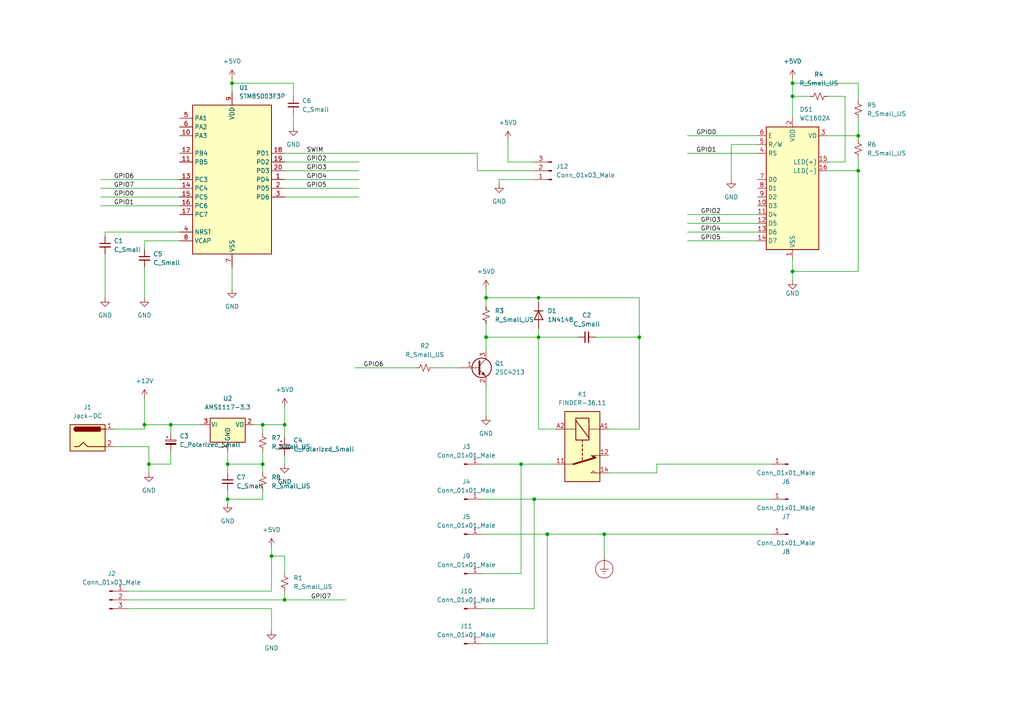
<source format=kicad_sch>
(kicad_sch (version 20211123) (generator eeschema)
  (paper "A4")
  (lib_symbols
    (symbol "Connector:Conn_01x01_Male" (pin_names (offset 1.016) hide)
      (property "Reference" "J" (at 0 2.54 0))
      (property "Value" "Conn_01x01_Male" (at 0 -2.54 0))
      (symbol "Conn_01x01_Male_1_1"
        (polyline (pts (xy 1.27 0) (xy 0.8636 0)) (stroke (width 0.1524)))
        (rectangle (start 0.8636 0.127) (end 0 -0.127) (stroke (width 0.1524)) (fill (type outline)))
        (pin passive line (at 5.08 0 180) (length 3.81) (name "Pin_1") (number "1"))
      )
    )
    (symbol "Connector:Conn_01x03_Male" (pin_names (offset 1.016) hide)
      (property "Reference" "J" (at 0 5.08 0))
      (property "Value" "Conn_01x03_Male" (at 0 -5.08 0))
      (symbol "Conn_01x03_Male_1_1"
        (polyline (pts (xy 1.27 -2.54) (xy 0.8636 -2.54)) (stroke (width 0.1524)))
        (polyline (pts (xy 1.27 0) (xy 0.8636 0)) (stroke (width 0.1524)))
        (polyline (pts (xy 1.27 2.54) (xy 0.8636 2.54)) (stroke (width 0.1524)))
        (rectangle (start 0.8636 -2.413) (end 0 -2.667) (stroke (width 0.1524)) (fill (type outline)))
        (rectangle (start 0.8636 0.127) (end 0 -0.127) (stroke (width 0.1524)) (fill (type outline)))
        (rectangle (start 0.8636 2.667) (end 0 2.413) (stroke (width 0.1524)) (fill (type outline)))
        (pin passive line (at 5.08 2.54 180) (length 3.81) (name "Pin_1") (number "1"))
        (pin passive line (at 5.08 0 180) (length 3.81) (name "Pin_2") (number "2"))
        (pin passive line (at 5.08 -2.54 180) (length 3.81) (name "Pin_3") (number "3"))
      )
    )
    (symbol "Connector:Jack-DC" (pin_names (offset 1.016))
      (property "Reference" "J" (at 0 5.334 0))
      (property "Value" "Jack-DC" (at 0 -5.08 0))
      (symbol "Jack-DC_0_1"
        (rectangle (start -5.08 3.81) (end 5.08 -3.81) (stroke (width 0.254)) (fill (type background)))
        (arc (start -3.302 3.175) (mid -3.937 2.54) (end -3.302 1.905) (stroke (width 0.254)))
        (arc (start -3.302 3.175) (mid -3.937 2.54) (end -3.302 1.905) (stroke (width 0.254)) (fill (type outline)))
        (polyline (pts (xy 5.08 2.54) (xy 3.81 2.54)) (stroke (width 0.254)))
        (polyline (pts (xy -3.81 -2.54) (xy -2.54 -2.54) (xy -1.27 -1.27) (xy 0 -2.54) (xy 2.54 -2.54) (xy 5.08 -2.54)) (stroke (width 0.254)))
        (rectangle (start 3.683 3.175) (end -3.302 1.905) (stroke (width 0.254)) (fill (type outline)))
      )
      (symbol "Jack-DC_1_1"
        (pin passive line (at 7.62 2.54 180) (length 2.54) (name "~") (number "1"))
        (pin passive line (at 7.62 -2.54 180) (length 2.54) (name "~") (number "2"))
      )
    )
    (symbol "Device:C_Polarized_Small" (pin_numbers hide) (pin_names (offset 0.254) hide)
      (property "Reference" "C" (at 0.254 1.778 0))
      (property "Value" "C_Polarized_Small" (at 0.254 -2.032 0))
      (symbol "C_Polarized_Small_0_1"
        (rectangle (start -1.524 -0.3048) (end 1.524 -0.6858) (fill (type outline)))
        (rectangle (start -1.524 0.6858) (end 1.524 0.3048))
        (polyline (pts (xy -1.27 1.524) (xy -0.762 1.524)))
        (polyline (pts (xy -1.016 1.27) (xy -1.016 1.778)))
      )
      (symbol "C_Polarized_Small_1_1"
        (pin passive line (at 0 2.54 270) (length 1.8542) (name "~") (number "1"))
        (pin passive line (at 0 -2.54 90) (length 1.8542) (name "~") (number "2"))
      )
    )
    (symbol "Device:C_Small" (pin_numbers hide) (pin_names (offset 0.254) hide)
      (property "Reference" "C" (at 0.254 1.778 0))
      (property "Value" "C_Small" (at 0.254 -2.032 0))
      (symbol "C_Small_0_1"
        (polyline (pts (xy -1.524 -0.508) (xy 1.524 -0.508)) (stroke (width 0.3302)))
        (polyline (pts (xy -1.524 0.508) (xy 1.524 0.508)) (stroke (width 0.3048)))
      )
      (symbol "C_Small_1_1"
        (pin passive line (at 0 2.54 270) (length 2.032) (name "~") (number "1"))
        (pin passive line (at 0 -2.54 90) (length 2.032) (name "~") (number "2"))
      )
    )
    (symbol "Device:R_Small_US" (pin_numbers hide) (pin_names (offset 0.254) hide)
      (property "Reference" "R" (at 0.762 0.508 0))
      (property "Value" "R_Small_US" (at 0.762 -1.016 0))
      (symbol "R_Small_US_1_1"
        (polyline (pts (xy 0 0) (xy 1.016 -0.381) (xy 0 -0.762) (xy -1.016 -1.143) (xy 0 -1.524)))
        (polyline (pts (xy 0 1.524) (xy 1.016 1.143) (xy 0 0.762) (xy -1.016 0.381) (xy 0 0)))
        (pin passive line (at 0 2.54 270) (length 1.016) (name "~") (number "1"))
        (pin passive line (at 0 -2.54 90) (length 1.016) (name "~") (number "2"))
      )
    )
    (symbol "Diode:1N4148" (pin_numbers hide) (pin_names (offset 1.016) hide)
      (property "Reference" "D" (at 0 2.54 0))
      (property "Value" "1N4148" (at 0 -2.54 0))
      (symbol "1N4148_0_1"
        (polyline (pts (xy -1.27 1.27) (xy -1.27 -1.27)) (stroke (width 0.254)))
        (polyline (pts (xy 1.27 0) (xy -1.27 0)))
        (polyline (pts (xy 1.27 1.27) (xy 1.27 -1.27) (xy -1.27 0) (xy 1.27 1.27)) (stroke (width 0.254)))
      )
      (symbol "1N4148_1_1"
        (pin passive line (at -3.81 0 0) (length 2.54) (name "K") (number "1"))
        (pin passive line (at 3.81 0 180) (length 2.54) (name "A") (number "2"))
      )
    )
    (symbol "Display_Character:WC1602A"
      (property "Reference" "DS" (at -5.842 19.05 0))
      (property "Value" "WC1602A" (at 5.334 19.05 0))
      (symbol "WC1602A_1_1"
        (rectangle (start -7.62 17.78) (end 7.62 -17.78) (stroke (width 0.254)) (fill (type background)))
        (pin power_in line (at 0 -20.32 90) (length 2.54) (name "VSS") (number "1"))
        (pin input line (at -10.16 -5.08 0) (length 2.54) (name "D3") (number "10"))
        (pin input line (at -10.16 -7.62 0) (length 2.54) (name "D4") (number "11"))
        (pin input line (at -10.16 -10.16 0) (length 2.54) (name "D5") (number "12"))
        (pin input line (at -10.16 -12.7 0) (length 2.54) (name "D6") (number "13"))
        (pin input line (at -10.16 -15.24 0) (length 2.54) (name "D7") (number "14"))
        (pin power_in line (at 10.16 7.62 180) (length 2.54) (name "LED(+)") (number "15"))
        (pin power_in line (at 10.16 5.08 180) (length 2.54) (name "LED(-)") (number "16"))
        (pin power_in line (at 0 20.32 270) (length 2.54) (name "VDD") (number "2"))
        (pin input line (at 10.16 15.24 180) (length 2.54) (name "VO") (number "3"))
        (pin input line (at -10.16 10.16 0) (length 2.54) (name "RS") (number "4"))
        (pin input line (at -10.16 12.7 0) (length 2.54) (name "R/W") (number "5"))
        (pin input line (at -10.16 15.24 0) (length 2.54) (name "E") (number "6"))
        (pin input line (at -10.16 2.54 0) (length 2.54) (name "D0") (number "7"))
        (pin input line (at -10.16 0 0) (length 2.54) (name "D1") (number "8"))
        (pin input line (at -10.16 -2.54 0) (length 2.54) (name "D2") (number "9"))
      )
    )
    (symbol "MCU_ST_STM8:STM8S003F3P"
      (property "Reference" "U" (at 1.27 25.4 0))
      (property "Value" "STM8S003F3P" (at 1.27 22.86 0))
      (symbol "STM8S003F3P_0_1"
        (rectangle (start -11.43 21.59) (end 11.43 -21.59) (stroke (width 0.254)) (fill (type background)))
      )
      (symbol "STM8S003F3P_1_1"
        (pin bidirectional line (at 15.24 0 180) (length 3.81) (name "PD4") (number "1"))
        (pin bidirectional line (at -15.24 12.7 0) (length 3.81) (name "PA3") (number "10"))
        (pin bidirectional line (at -15.24 5.08 0) (length 3.81) (name "PB5") (number "11"))
        (pin bidirectional line (at -15.24 7.62 0) (length 3.81) (name "PB4") (number "12"))
        (pin bidirectional line (at -15.24 0 0) (length 3.81) (name "PC3") (number "13"))
        (pin bidirectional line (at -15.24 -2.54 0) (length 3.81) (name "PC4") (number "14"))
        (pin bidirectional line (at -15.24 -5.08 0) (length 3.81) (name "PC5") (number "15"))
        (pin bidirectional line (at -15.24 -7.62 0) (length 3.81) (name "PC6") (number "16"))
        (pin bidirectional line (at -15.24 -10.16 0) (length 3.81) (name "PC7") (number "17"))
        (pin bidirectional line (at 15.24 7.62 180) (length 3.81) (name "PD1") (number "18"))
        (pin bidirectional line (at 15.24 5.08 180) (length 3.81) (name "PD2") (number "19"))
        (pin bidirectional line (at 15.24 -2.54 180) (length 3.81) (name "PD5") (number "2"))
        (pin bidirectional line (at 15.24 2.54 180) (length 3.81) (name "PD3") (number "20"))
        (pin bidirectional line (at 15.24 -5.08 180) (length 3.81) (name "PD6") (number "3"))
        (pin input line (at -15.24 -15.24 0) (length 3.81) (name "NRST") (number "4"))
        (pin bidirectional line (at -15.24 17.78 0) (length 3.81) (name "PA1") (number "5"))
        (pin bidirectional line (at -15.24 15.24 0) (length 3.81) (name "PA2") (number "6"))
        (pin power_in line (at 0 -25.4 90) (length 3.81) (name "VSS") (number "7"))
        (pin passive line (at -15.24 -17.78 0) (length 3.81) (name "VCAP") (number "8"))
        (pin power_in line (at 0 25.4 270) (length 3.81) (name "VDD") (number "9"))
      )
    )
    (symbol "Regulator_Linear:AMS1117-3.3" (pin_names (offset 0.254))
      (property "Reference" "U" (at -3.81 3.175 0))
      (property "Value" "AMS1117-3.3" (at 0 3.175 0))
      (symbol "AMS1117-3.3_0_1"
        (rectangle (start -5.08 -5.08) (end 5.08 1.905) (stroke (width 0.254)) (fill (type background)))
      )
      (symbol "AMS1117-3.3_1_1"
        (pin power_in line (at 0 -7.62 90) (length 2.54) (name "GND") (number "1"))
        (pin power_out line (at 7.62 0 180) (length 2.54) (name "VO") (number "2"))
        (pin power_in line (at -7.62 0 0) (length 2.54) (name "VI") (number "3"))
      )
    )
    (symbol "Relay:FINDER-36.11"
      (property "Reference" "K" (at 11.43 3.81 0))
      (property "Value" "FINDER-36.11" (at 11.43 1.27 0))
      (symbol "FINDER-36.11_0_0"
        (polyline (pts (xy 2.54 3.81) (xy 2.54 5.08)))
        (polyline (pts (xy 7.62 3.81) (xy 7.62 5.08)))
        (polyline (pts (xy 7.62 3.81) (xy 7.62 2.54) (xy 6.985 3.175) (xy 7.62 3.81)))
      )
      (symbol "FINDER-36.11_0_1"
        (rectangle (start -10.16 5.08) (end 10.16 -5.08) (stroke (width 0.254)) (fill (type background)))
        (rectangle (start -8.255 1.905) (end -1.905 -1.905) (stroke (width 0.254)))
        (polyline (pts (xy -7.62 -1.905) (xy -2.54 1.905)) (stroke (width 0.254)))
        (polyline (pts (xy -5.08 -5.08) (xy -5.08 -1.905)))
        (polyline (pts (xy -5.08 5.08) (xy -5.08 1.905)))
        (polyline (pts (xy -1.905 0) (xy -1.27 0)) (stroke (width 0.254)))
        (polyline (pts (xy -0.635 0) (xy 0 0)) (stroke (width 0.254)))
        (polyline (pts (xy 0.635 0) (xy 1.27 0)) (stroke (width 0.254)))
        (polyline (pts (xy 0.635 0) (xy 1.27 0)) (stroke (width 0.254)))
        (polyline (pts (xy 1.905 0) (xy 2.54 0)) (stroke (width 0.254)))
        (polyline (pts (xy 3.175 0) (xy 3.81 0)) (stroke (width 0.254)))
        (polyline (pts (xy 5.08 -2.54) (xy 3.175 3.81)) (stroke (width 0.508)))
        (polyline (pts (xy 5.08 -2.54) (xy 5.08 -5.08)))
        (polyline (pts (xy 2.54 2.54) (xy 3.175 3.175) (xy 2.54 3.81)) (fill (type outline)))
      )
      (symbol "FINDER-36.11_1_1"
        (pin passive line (at 5.08 -7.62 90) (length 2.54) (name "~") (number "11"))
        (pin passive line (at 2.54 7.62 270) (length 2.54) (name "~") (number "12"))
        (pin passive line (at 7.62 7.62 270) (length 2.54) (name "~") (number "14"))
        (pin passive line (at -5.08 7.62 270) (length 2.54) (name "~") (number "A1"))
        (pin passive line (at -5.08 -7.62 90) (length 2.54) (name "~") (number "A2"))
      )
    )
    (symbol "Transistor_BJT:2SC4213" (pin_names (offset 0) hide)
      (property "Reference" "Q" (at 5.08 1.905 0))
      (property "Value" "2SC4213" (at 5.08 0 0))
      (symbol "2SC4213_0_1"
        (polyline (pts (xy 0.635 0.635) (xy 2.54 2.54)))
        (polyline (pts (xy 0.635 -0.635) (xy 2.54 -2.54) (xy 2.54 -2.54)))
        (polyline (pts (xy 0.635 1.905) (xy 0.635 -1.905) (xy 0.635 -1.905)) (stroke (width 0.508)))
        (polyline (pts (xy 1.27 -1.778) (xy 1.778 -1.27) (xy 2.286 -2.286) (xy 1.27 -1.778) (xy 1.27 -1.778)) (fill (type outline)))
        (circle (center 1.27 0) (radius 2.8194) (stroke (width 0.254)))
      )
      (symbol "2SC4213_1_1"
        (pin input line (at -5.08 0 0) (length 5.715) (name "B") (number "1"))
        (pin passive line (at 2.54 -5.08 90) (length 2.54) (name "E") (number "2"))
        (pin passive line (at 2.54 5.08 270) (length 2.54) (name "C") (number "3"))
      )
    )
    (symbol "power:+12V" (power) (pin_names (offset 0))
      (property "Value" "+12V" (at 0 3.556 0))
      (symbol "+12V_0_1"
        (polyline (pts (xy -0.762 1.27) (xy 0 2.54)))
        (polyline (pts (xy 0 0) (xy 0 2.54)))
        (polyline (pts (xy 0 2.54) (xy 0.762 1.27)))
      )
      (symbol "+12V_1_1"
        (pin power_in line (at 0 0 90) (length 0) hide (name "+12V") (number "1"))
      )
    )
    (symbol "power:+5VD" (power) (pin_names (offset 0))
      (property "Value" "+5VD" (at 0 3.556 0))
      (symbol "+5VD_0_1"
        (polyline (pts (xy -0.762 1.27) (xy 0 2.54)))
        (polyline (pts (xy 0 0) (xy 0 2.54)))
        (polyline (pts (xy 0 2.54) (xy 0.762 1.27)))
      )
      (symbol "+5VD_1_1"
        (pin power_in line (at 0 0 90) (length 0) hide (name "+5VD") (number "1"))
      )
    )
    (symbol "power:Earth_Protective" (power) (pin_names (offset 0))
      (symbol "Earth_Protective_0_1"
        (circle (center 0 -3.81) (radius 2.54))
        (polyline (pts (xy -0.635 -4.445) (xy 0.635 -4.445)))
        (polyline (pts (xy -0.127 -5.08) (xy 0.127 -5.08)))
        (polyline (pts (xy 0 -3.81) (xy 0 0)))
        (polyline (pts (xy 1.27 -3.81) (xy -1.27 -3.81)))
      )
      (symbol "Earth_Protective_1_1"
        (pin power_in line (at 0 0 270) (length 0) hide (name "Earth_Protective") (number "1"))
      )
    )
    (symbol "power:GND" (power) (pin_names (offset 0))
      (property "Value" "GND" (at 0 -3.81 0))
      (symbol "GND_0_1"
        (polyline (pts (xy 0 0) (xy 0 -1.27) (xy 1.27 -1.27) (xy 0 -2.54) (xy -1.27 -1.27) (xy 0 -1.27)))
      )
      (symbol "GND_1_1"
        (pin power_in line (at 0 0 270) (length 0) hide (name "GND") (number "1"))
      )
    )
  )
  (junction (at 66.04 144.78))
  (junction (at 248.92 49.53))
  (junction (at 140.97 97.79))
  (junction (at 66.04 134.62))
  (junction (at 154.94 144.78))
  (junction (at 229.87 78.74))
  (junction (at 175.26 154.94))
  (junction (at 185.42 97.79))
  (junction (at 156.21 86.36))
  (junction (at 78.74 161.29))
  (junction (at 151.13 134.62))
  (junction (at 248.92 39.37))
  (junction (at 49.53 123.19))
  (junction (at 67.31 24.13))
  (junction (at 158.75 154.94))
  (junction (at 76.2 134.62))
  (junction (at 140.97 86.36))
  (junction (at 43.18 134.62))
  (junction (at 76.2 123.19))
  (junction (at 229.87 27.94))
  (junction (at 229.87 24.13))
  (junction (at 82.55 123.19))
  (junction (at 41.91 123.19))
  (junction (at 156.21 97.79))
  (junction (at 82.55 173.99))
  (wire (pts (xy 190.5 134.62) (xy 223.52 134.62)))
  (wire (pts (xy 82.55 132.08) (xy 82.55 134.62)))
  (wire (pts (xy 85.09 24.13) (xy 67.31 24.13)))
  (wire (pts (xy 82.55 46.99) (xy 104.14 46.99)))
  (wire (pts (xy 139.7 134.62) (xy 151.13 134.62)))
  (wire (pts (xy 66.04 142.24) (xy 66.04 144.78)))
  (wire (pts (xy 185.42 124.46) (xy 185.42 97.79)))
  (wire (pts (xy 67.31 22.86) (xy 67.31 24.13)))
  (wire (pts (xy 66.04 130.81) (xy 66.04 134.62)))
  (wire (pts (xy 139.7 144.78) (xy 154.94 144.78)))
  (wire (pts (xy 41.91 124.46) (xy 33.02 124.46)))
  (wire (pts (xy 229.87 24.13) (xy 229.87 27.94)))
  (wire (pts (xy 156.21 86.36) (xy 140.97 86.36)))
  (wire (pts (xy 199.39 67.31) (xy 219.71 67.31)))
  (wire (pts (xy 66.04 144.78) (xy 76.2 144.78)))
  (wire (pts (xy 76.2 123.19) (xy 76.2 125.73)))
  (wire (pts (xy 229.87 24.13) (xy 248.92 24.13)))
  (wire (pts (xy 30.48 67.31) (xy 30.48 68.58)))
  (wire (pts (xy 41.91 123.19) (xy 41.91 124.46)))
  (wire (pts (xy 212.09 41.91) (xy 219.71 41.91)))
  (wire (pts (xy 85.09 36.83) (xy 85.09 33.02)))
  (wire (pts (xy 76.2 144.78) (xy 76.2 142.24)))
  (wire (pts (xy 158.75 186.69) (xy 158.75 154.94)))
  (wire (pts (xy 29.21 52.07) (xy 52.07 52.07)))
  (wire (pts (xy 245.11 27.94) (xy 245.11 46.99)))
  (wire (pts (xy 82.55 54.61) (xy 104.14 54.61)))
  (wire (pts (xy 172.72 97.79) (xy 185.42 97.79)))
  (wire (pts (xy 219.71 44.45) (xy 199.39 44.45)))
  (wire (pts (xy 43.18 137.16) (xy 43.18 134.62)))
  (wire (pts (xy 41.91 123.19) (xy 49.53 123.19)))
  (wire (pts (xy 76.2 130.81) (xy 76.2 134.62)))
  (wire (pts (xy 82.55 166.37) (xy 82.55 161.29)))
  (wire (pts (xy 212.09 41.91) (xy 212.09 52.07)))
  (wire (pts (xy 36.83 171.45) (xy 78.74 171.45)))
  (wire (pts (xy 78.74 161.29) (xy 78.74 171.45)))
  (wire (pts (xy 147.32 46.99) (xy 154.94 46.99)))
  (wire (pts (xy 41.91 115.57) (xy 41.91 123.19)))
  (wire (pts (xy 138.43 49.53) (xy 154.94 49.53)))
  (wire (pts (xy 229.87 27.94) (xy 229.87 34.29)))
  (wire (pts (xy 175.26 154.94) (xy 175.26 161.29)))
  (wire (pts (xy 49.53 134.62) (xy 43.18 134.62)))
  (wire (pts (xy 82.55 123.19) (xy 82.55 118.11)))
  (wire (pts (xy 199.39 39.37) (xy 219.71 39.37)))
  (wire (pts (xy 248.92 24.13) (xy 248.92 29.21)))
  (wire (pts (xy 43.18 134.62) (xy 43.18 129.54)))
  (wire (pts (xy 156.21 97.79) (xy 140.97 97.79)))
  (wire (pts (xy 199.39 64.77) (xy 219.71 64.77)))
  (wire (pts (xy 43.18 129.54) (xy 33.02 129.54)))
  (wire (pts (xy 240.03 49.53) (xy 248.92 49.53)))
  (wire (pts (xy 175.26 154.94) (xy 223.52 154.94)))
  (wire (pts (xy 82.55 173.99) (xy 100.33 173.99)))
  (wire (pts (xy 245.11 46.99) (xy 240.03 46.99)))
  (wire (pts (xy 36.83 176.53) (xy 78.74 176.53)))
  (wire (pts (xy 176.53 124.46) (xy 185.42 124.46)))
  (wire (pts (xy 140.97 93.98) (xy 140.97 97.79)))
  (wire (pts (xy 41.91 77.47) (xy 41.91 86.36)))
  (wire (pts (xy 151.13 166.37) (xy 151.13 134.62)))
  (wire (pts (xy 156.21 86.36) (xy 156.21 87.63)))
  (wire (pts (xy 229.87 81.28) (xy 229.87 78.74)))
  (wire (pts (xy 176.53 137.16) (xy 190.5 137.16)))
  (wire (pts (xy 49.53 123.19) (xy 58.42 123.19)))
  (wire (pts (xy 66.04 134.62) (xy 66.04 137.16)))
  (wire (pts (xy 29.21 54.61) (xy 52.07 54.61)))
  (wire (pts (xy 29.21 59.69) (xy 52.07 59.69)))
  (wire (pts (xy 240.03 27.94) (xy 245.11 27.94)))
  (wire (pts (xy 52.07 67.31) (xy 30.48 67.31)))
  (wire (pts (xy 199.39 69.85) (xy 219.71 69.85)))
  (wire (pts (xy 139.7 176.53) (xy 154.94 176.53)))
  (wire (pts (xy 76.2 123.19) (xy 82.55 123.19)))
  (wire (pts (xy 76.2 134.62) (xy 76.2 137.16)))
  (wire (pts (xy 78.74 161.29) (xy 82.55 161.29)))
  (wire (pts (xy 78.74 158.75) (xy 78.74 161.29)))
  (wire (pts (xy 229.87 78.74) (xy 229.87 74.93)))
  (wire (pts (xy 199.39 62.23) (xy 219.71 62.23)))
  (wire (pts (xy 66.04 144.78) (xy 66.04 146.05)))
  (wire (pts (xy 49.53 130.81) (xy 49.53 134.62)))
  (wire (pts (xy 156.21 95.25) (xy 156.21 97.79)))
  (wire (pts (xy 125.73 106.68) (xy 133.35 106.68)))
  (wire (pts (xy 82.55 123.19) (xy 82.55 127)))
  (wire (pts (xy 229.87 27.94) (xy 234.95 27.94)))
  (wire (pts (xy 154.94 144.78) (xy 223.52 144.78)))
  (wire (pts (xy 36.83 173.99) (xy 82.55 173.99)))
  (wire (pts (xy 161.29 124.46) (xy 156.21 124.46)))
  (wire (pts (xy 248.92 39.37) (xy 248.92 40.64)))
  (wire (pts (xy 29.21 57.15) (xy 52.07 57.15)))
  (wire (pts (xy 78.74 176.53) (xy 78.74 182.88)))
  (wire (pts (xy 67.31 24.13) (xy 67.31 26.67)))
  (wire (pts (xy 144.78 53.34) (xy 144.78 52.07)))
  (wire (pts (xy 67.31 83.82) (xy 67.31 77.47)))
  (wire (pts (xy 185.42 97.79) (xy 185.42 86.36)))
  (wire (pts (xy 140.97 97.79) (xy 140.97 101.6)))
  (wire (pts (xy 140.97 83.82) (xy 140.97 86.36)))
  (wire (pts (xy 156.21 97.79) (xy 167.64 97.79)))
  (wire (pts (xy 76.2 134.62) (xy 66.04 134.62)))
  (wire (pts (xy 151.13 134.62) (xy 161.29 134.62)))
  (wire (pts (xy 139.7 154.94) (xy 158.75 154.94)))
  (wire (pts (xy 138.43 44.45) (xy 138.43 49.53)))
  (wire (pts (xy 82.55 52.07) (xy 104.14 52.07)))
  (wire (pts (xy 82.55 171.45) (xy 82.55 173.99)))
  (wire (pts (xy 82.55 57.15) (xy 104.14 57.15)))
  (wire (pts (xy 140.97 111.76) (xy 140.97 120.65)))
  (wire (pts (xy 140.97 86.36) (xy 140.97 88.9)))
  (wire (pts (xy 229.87 22.86) (xy 229.87 24.13)))
  (wire (pts (xy 185.42 86.36) (xy 156.21 86.36)))
  (wire (pts (xy 102.87 106.68) (xy 120.65 106.68)))
  (wire (pts (xy 248.92 49.53) (xy 248.92 78.74)))
  (wire (pts (xy 85.09 27.94) (xy 85.09 24.13)))
  (wire (pts (xy 49.53 123.19) (xy 49.53 125.73)))
  (wire (pts (xy 154.94 176.53) (xy 154.94 144.78)))
  (wire (pts (xy 73.66 123.19) (xy 76.2 123.19)))
  (wire (pts (xy 248.92 45.72) (xy 248.92 49.53)))
  (wire (pts (xy 41.91 72.39) (xy 41.91 69.85)))
  (wire (pts (xy 82.55 44.45) (xy 138.43 44.45)))
  (wire (pts (xy 82.55 49.53) (xy 104.14 49.53)))
  (wire (pts (xy 139.7 166.37) (xy 151.13 166.37)))
  (wire (pts (xy 147.32 40.64) (xy 147.32 46.99)))
  (wire (pts (xy 139.7 186.69) (xy 158.75 186.69)))
  (wire (pts (xy 158.75 154.94) (xy 175.26 154.94)))
  (wire (pts (xy 190.5 137.16) (xy 190.5 134.62)))
  (wire (pts (xy 248.92 34.29) (xy 248.92 39.37)))
  (wire (pts (xy 30.48 73.66) (xy 30.48 86.36)))
  (wire (pts (xy 240.03 39.37) (xy 248.92 39.37)))
  (wire (pts (xy 248.92 78.74) (xy 229.87 78.74)))
  (wire (pts (xy 144.78 52.07) (xy 154.94 52.07)))
  (wire (pts (xy 156.21 124.46) (xy 156.21 97.79)))
  (wire (pts (xy 41.91 69.85) (xy 52.07 69.85)))
  (label "GPIO1" (at 33.02 59.69 0))
  (label "GPIO7" (at 33.02 54.61 0))
  (label "GPIO6" (at 33.02 52.07 0))
  (label "GPIO5" (at 203.2 69.85 0))
  (label "GPIO0" (at 201.93 39.37 0))
  (label "GPIO3" (at 203.2 64.77 0))
  (label "GPIO5" (at 88.9 54.61 0))
  (label "GPIO2" (at 203.2 62.23 0))
  (label "SWIM" (at 88.9 44.45 0))
  (label "GPIO3" (at 88.9 49.53 0))
  (label "GPIO4" (at 203.2 67.31 0))
  (label "GPIO4" (at 88.9 52.07 0))
  (label "GPIO2" (at 88.9 46.99 0))
  (label "GPIO1" (at 201.93 44.45 0))
  (label "GPIO6" (at 105.41 106.68 0))
  (label "GPIO0" (at 33.02 57.15 0))
  (label "GPIO7" (at 90.17 173.99 0))
  (symbol (lib_id "power:+5VD") (at 82.55 118.11 0) (unit 1)
    (property "Reference" "#PWR02" (effects hide))
    (property "Value" "+5VD" (at 82.55 113.03 0))
  )
  (symbol (lib_id "power:GND") (at 43.18 137.16 0) (unit 1)
    (property "Reference" "#PWR0101" (effects hide))
    (property "Value" "GND" (at 43.18 142.24 0))
  )
  (symbol (lib_id "Device:R_Small_US") (at 140.97 91.44 0) (unit 1)
    (property "Reference" "R3" (at 143.51 90.1699 0) (effects (justify left)))
    (property "Value" "R_Small_US" (at 143.51 92.7099 0) (effects (justify left)))
    (property "Footprint" "Resistor_SMD:R_0805_2012Metric_Pad1.20x1.40mm_HandSolder" (effects hide))
  )
  (symbol (lib_id "Connector:Conn_01x01_Male") (at 134.62 134.62 0) (unit 1)
    (property "Reference" "J3" (at 135.255 129.54 0))
    (property "Value" "Conn_01x01_Male" (at 135.255 132.08 0))
    (property "Footprint" "Connector_Pin:Pin_D1.3mm_L11.0mm" (effects hide))
  )
  (symbol (lib_id "power:GND") (at 41.91 86.36 0) (unit 1)
    (property "Reference" "#PWR0104" (effects hide))
    (property "Value" "GND" (at 41.91 91.44 0))
  )
  (symbol (lib_id "Device:R_Small_US") (at 123.19 106.68 90) (unit 1)
    (property "Reference" "R2" (at 123.19 100.33 90))
    (property "Value" "R_Small_US" (at 123.19 102.87 90))
    (property "Footprint" "Resistor_SMD:R_0805_2012Metric_Pad1.20x1.40mm_HandSolder" (effects hide))
  )
  (symbol (lib_id "Connector:Conn_01x01_Male") (at 134.62 176.53 0) (unit 1)
    (property "Reference" "J10" (at 135.255 171.45 0))
    (property "Value" "Conn_01x01_Male" (at 135.255 173.99 0))
    (property "Footprint" "Connector_Pin:Pin_D1.3mm_L11.0mm" (effects hide))
  )
  (symbol (lib_id "Device:C_Small") (at 85.09 30.48 0) (unit 1)
    (property "Reference" "C6" (at 87.63 29.2162 0) (effects (justify left)))
    (property "Value" "C_Small" (at 87.63 31.7562 0) (effects (justify left)))
    (property "Footprint" "Capacitor_SMD:C_0805_2012Metric_Pad1.18x1.45mm_HandSolder" (effects hide))
  )
  (symbol (lib_id "Connector:Conn_01x01_Male") (at 134.62 186.69 0) (unit 1)
    (property "Reference" "J11" (at 135.255 181.61 0))
    (property "Value" "Conn_01x01_Male" (at 135.255 184.15 0))
    (property "Footprint" "Connector_Pin:Pin_D1.3mm_L11.0mm" (effects hide))
  )
  (symbol (lib_id "MCU_ST_STM8:STM8S003F3P") (at 67.31 52.07 0) (unit 1)
    (property "Reference" "U1" (at 69.3294 25.4 0) (effects (justify left)))
    (property "Value" "STM8S003F3P" (at 69.3294 27.94 0) (effects (justify left)))
    (property "Footprint" "Package_SO:TSSOP-20_4.4x6.5mm_P0.65mm" (effects hide))
    (property "Datasheet" "http://www.st.com/st-web-ui/static/active/en/resource/technical/document/datasheet/DM00024550.pdf" (effects hide))
  )
  (symbol (lib_id "Device:R_Small_US") (at 248.92 43.18 0) (unit 1)
    (property "Reference" "R6" (at 251.46 41.9099 0) (effects (justify left)))
    (property "Value" "R_Small_US" (at 251.46 44.4499 0) (effects (justify left)))
    (property "Footprint" "Resistor_SMD:R_0805_2012Metric_Pad1.20x1.40mm_HandSolder" (effects hide))
  )
  (symbol (lib_id "power:+12V") (at 41.91 115.57 0) (unit 1)
    (property "Reference" "#PWR01" (effects hide))
    (property "Value" "+12V" (at 41.91 110.49 0))
  )
  (symbol (lib_id "Device:C_Small") (at 41.91 74.93 0) (unit 1)
    (property "Reference" "C5" (at 44.45 73.6662 0) (effects (justify left)))
    (property "Value" "C_Small" (at 44.45 76.2062 0) (effects (justify left)))
    (property "Footprint" "Capacitor_SMD:C_0805_2012Metric_Pad1.18x1.45mm_HandSolder" (effects hide))
  )
  (symbol (lib_id "power:GND") (at 82.55 134.62 0) (unit 1)
    (property "Reference" "#PWR04" (effects hide))
    (property "Value" "GND" (at 82.55 139.7 0))
  )
  (symbol (lib_id "Device:C_Small") (at 30.48 71.12 0) (unit 1)
    (property "Reference" "C1" (at 33.02 69.8562 0) (effects (justify left)))
    (property "Value" "C_Small" (at 33.02 72.3962 0) (effects (justify left)))
    (property "Footprint" "Capacitor_SMD:C_0805_2012Metric_Pad1.18x1.45mm_HandSolder" (effects hide))
  )
  (symbol (lib_id "Device:R_Small_US") (at 82.55 168.91 180) (unit 1)
    (property "Reference" "R1" (at 85.09 167.6399 0) (effects (justify right)))
    (property "Value" "R_Small_US" (at 85.09 170.1799 0) (effects (justify right)))
    (property "Footprint" "Resistor_SMD:R_0805_2012Metric_Pad1.20x1.40mm_HandSolder" (effects hide))
  )
  (symbol (lib_id "power:GND") (at 66.04 146.05 0) (unit 1)
    (property "Reference" "#PWR03" (effects hide))
    (property "Value" "GND" (at 66.04 151.13 0))
  )
  (symbol (lib_id "Device:C_Small") (at 66.04 139.7 0) (unit 1)
    (property "Reference" "C7" (at 68.58 138.4362 0) (effects (justify left)))
    (property "Value" "C_Small" (at 68.58 140.9762 0) (effects (justify left)))
    (property "Footprint" "Capacitor_SMD:C_0805_2012Metric_Pad1.18x1.45mm_HandSolder" (effects hide))
  )
  (symbol (lib_id "power:GND") (at 140.97 120.65 0) (unit 1)
    (property "Reference" "#PWR0108" (effects hide))
    (property "Value" "GND" (at 140.97 125.73 0))
  )
  (symbol (lib_id "Device:C_Polarized_Small") (at 49.53 128.27 0) (unit 1)
    (property "Reference" "C3" (at 52.07 126.4538 0) (effects (justify left)))
    (property "Value" "C_Polarized_Small" (at 52.07 128.9938 0) (effects (justify left)))
    (property "Footprint" "Capacitor_THT:CP_Radial_D5.0mm_P2.50mm" (effects hide))
  )
  (symbol (lib_id "power:+5VD") (at 67.31 22.86 0) (unit 1)
    (property "Reference" "#PWR0106" (effects hide))
    (property "Value" "+5VD" (at 67.31 17.78 0))
  )
  (symbol (lib_id "Connector:Jack-DC") (at 25.4 127 0) (unit 1)
    (property "Reference" "J1" (at 25.4 118.11 0))
    (property "Value" "Jack-DC" (at 25.4 120.65 0))
    (property "Footprint" "Connector_PinHeader_2.54mm:PinHeader_1x02_P2.54mm_Vertical" (effects hide))
  )
  (symbol (lib_id "Connector:Conn_01x01_Male") (at 228.6 154.94 180) (unit 1)
    (property "Reference" "J8" (at 227.965 160.02 0))
    (property "Value" "Conn_01x01_Male" (at 227.965 157.48 0))
    (property "Footprint" "Connector_Pin:Pin_D1.3mm_L11.0mm" (effects hide))
  )
  (symbol (lib_id "Device:R_Small_US") (at 237.49 27.94 90) (unit 1)
    (property "Reference" "R4" (at 237.49 21.59 90))
    (property "Value" "R_Small_US" (at 237.49 24.13 90))
    (property "Footprint" "Resistor_SMD:R_0805_2012Metric_Pad1.20x1.40mm_HandSolder" (effects hide))
  )
  (symbol (lib_id "Connector:Conn_01x01_Male") (at 134.62 166.37 0) (unit 1)
    (property "Reference" "J9" (at 135.255 161.29 0))
    (property "Value" "Conn_01x01_Male" (at 135.255 163.83 0))
    (property "Footprint" "Connector_Pin:Pin_D1.3mm_L11.0mm" (effects hide))
  )
  (symbol (lib_id "power:GND") (at 229.87 81.28 0) (unit 1)
    (property "Reference" "#PWR0110" (effects hide))
    (property "Value" "GND" (at 229.87 85.09 0))
  )
  (symbol (lib_id "Display_Character:WC1602A") (at 229.87 54.61 0) (unit 1)
    (property "Reference" "DS1" (at 231.8894 31.75 0) (effects (justify left)))
    (property "Value" "WC1602A" (at 231.8894 34.29 0) (effects (justify left)))
    (property "Footprint" "Display:WC1602A" (effects hide))
    (property "Datasheet" "http://www.wincomlcd.com/pdf/WC1602A-SFYLYHTC06.pdf" (effects hide))
  )
  (symbol (lib_id "Connector:Conn_01x01_Male") (at 134.62 144.78 0) (unit 1)
    (property "Reference" "J4" (at 135.255 139.7 0))
    (property "Value" "Conn_01x01_Male" (at 135.255 142.24 0))
    (property "Footprint" "Connector_Pin:Pin_D1.3mm_L11.0mm" (effects hide))
  )
  (symbol (lib_id "power:+5VD") (at 78.74 158.75 0) (unit 1)
    (property "Reference" "#PWR0114" (effects hide))
    (property "Value" "+5VD" (at 78.74 153.67 0))
  )
  (symbol (lib_id "Regulator_Linear:AMS1117-3.3") (at 66.04 123.19 0) (unit 1)
    (property "Reference" "U2" (at 66.04 115.57 0))
    (property "Value" "AMS1117-3.3" (at 66.04 118.11 0))
    (property "Footprint" "Package_TO_SOT_SMD:SOT-223-3_TabPin2" (effects hide))
    (property "Datasheet" "http://www.advanced-monolithic.com/pdf/ds1117.pdf" (effects hide))
  )
  (symbol (lib_id "Device:C_Polarized_Small") (at 82.55 129.54 0) (unit 1)
    (property "Reference" "C4" (at 85.09 127.7238 0) (effects (justify left)))
    (property "Value" "C_Polarized_Small" (at 85.09 130.2638 0) (effects (justify left)))
    (property "Footprint" "Capacitor_THT:CP_Radial_D5.0mm_P2.50mm" (effects hide))
  )
  (symbol (lib_id "power:Earth_Protective") (at 175.26 161.29 0) (unit 1)
    (property "Reference" "#PWR0111" (effects hide))
    (property "Value" "Earth_Protective" (effects hide))
  )
  (symbol (lib_id "Connector:Conn_01x01_Male") (at 228.6 144.78 180) (unit 1)
    (property "Reference" "J7" (at 227.965 149.86 0))
    (property "Value" "Conn_01x01_Male" (at 227.965 147.32 0))
    (property "Footprint" "Connector_Pin:Pin_D1.3mm_L11.0mm" (effects hide))
  )
  (symbol (lib_id "Connector:Conn_01x01_Male") (at 228.6 134.62 180) (unit 1)
    (property "Reference" "J6" (at 227.965 139.7 0))
    (property "Value" "Conn_01x01_Male" (at 227.965 137.16 0))
    (property "Footprint" "Connector_Pin:Pin_D1.3mm_L11.0mm" (effects hide))
  )
  (symbol (lib_id "power:+5VD") (at 140.97 83.82 0) (unit 1)
    (property "Reference" "#PWR0109" (effects hide))
    (property "Value" "+5VD" (at 140.97 78.74 0))
  )
  (symbol (lib_id "Device:R_Small_US") (at 76.2 139.7 180) (unit 1)
    (property "Reference" "R8" (at 78.74 138.4299 0) (effects (justify right)))
    (property "Value" "R_Small_US" (at 78.74 140.9699 0) (effects (justify right)))
    (property "Footprint" "Resistor_SMD:R_0805_2012Metric_Pad1.20x1.40mm_HandSolder" (effects hide))
  )
  (symbol (lib_id "power:GND") (at 144.78 53.34 0) (unit 1)
    (property "Reference" "#PWR05" (effects hide))
    (property "Value" "GND" (at 144.78 58.42 0))
  )
  (symbol (lib_id "power:+5VD") (at 229.87 22.86 0) (unit 1)
    (property "Reference" "#PWR0113" (effects hide))
    (property "Value" "+5VD" (at 229.87 17.78 0))
  )
  (symbol (lib_id "power:GND") (at 78.74 182.88 0) (unit 1)
    (property "Reference" "#PWR0103" (effects hide))
    (property "Value" "GND" (at 78.74 187.96 0))
  )
  (symbol (lib_id "power:+5VD") (at 147.32 40.64 0) (unit 1)
    (property "Reference" "#PWR06" (effects hide))
    (property "Value" "+5VD" (at 147.32 35.56 0))
  )
  (symbol (lib_id "power:GND") (at 85.09 36.83 0) (unit 1)
    (property "Reference" "#PWR0107" (effects hide))
    (property "Value" "GND" (at 85.09 41.91 0))
  )
  (symbol (lib_id "Relay:FINDER-36.11") (at 168.91 129.54 270) (unit 1)
    (property "Reference" "K1" (at 168.91 114.3 90))
    (property "Value" "FINDER-36.11" (at 168.91 116.84 90))
    (property "Footprint" "Relay_THT:Relay_SPDT_Finder_36.11" (effects hide))
    (property "Datasheet" "https://gfinder.findernet.com/public/attachments/36/EN/S36EN.pdf" (effects hide))
  )
  (symbol (lib_id "power:GND") (at 30.48 86.36 0) (unit 1)
    (property "Reference" "#PWR0105" (effects hide))
    (property "Value" "GND" (at 30.48 91.44 0))
  )
  (symbol (lib_id "Device:R_Small_US") (at 248.92 31.75 0) (unit 1)
    (property "Reference" "R5" (at 251.46 30.4799 0) (effects (justify left)))
    (property "Value" "R_Small_US" (at 251.46 33.0199 0) (effects (justify left)))
    (property "Footprint" "Resistor_SMD:R_0805_2012Metric_Pad1.20x1.40mm_HandSolder" (effects hide))
  )
  (symbol (lib_id "power:GND") (at 67.31 83.82 0) (unit 1)
    (property "Reference" "#PWR0102" (effects hide))
    (property "Value" "GND" (at 67.31 88.9 0))
  )
  (symbol (lib_id "power:GND") (at 212.09 52.07 0) (unit 1)
    (property "Reference" "#PWR0112" (effects hide))
    (property "Value" "GND" (at 212.09 57.15 0))
  )
  (symbol (lib_id "Connector:Conn_01x01_Male") (at 134.62 154.94 0) (unit 1)
    (property "Reference" "J5" (at 135.255 149.86 0))
    (property "Value" "Conn_01x01_Male" (at 135.255 152.4 0))
    (property "Footprint" "Connector_Pin:Pin_D1.3mm_L11.0mm" (effects hide))
  )
  (symbol (lib_id "Transistor_BJT:2SC4213") (at 138.43 106.68 0) (unit 1)
    (property "Reference" "Q1" (at 143.51 105.4099 0) (effects (justify left)))
    (property "Value" "2SC4213" (at 143.51 107.9499 0) (effects (justify left)))
    (property "Footprint" "Package_TO_SOT_SMD:SOT-323_SC-70" (effects hide))
    (property "Datasheet" "https://toshiba.semicon-storage.com/info/docget.jsp?did=19305&prodName=2SC4213" (effects hide))
  )
  (symbol (lib_id "Connector:Conn_01x03_Male") (at 160.02 49.53 180) (unit 1)
    (property "Reference" "J12" (at 161.29 48.2599 0) (effects (justify right)))
    (property "Value" "Conn_01x03_Male" (at 161.29 50.7999 0) (effects (justify right)))
    (property "Footprint" "Connector_PinHeader_2.54mm:PinHeader_1x03_P2.54mm_Vertical" (effects hide))
  )
  (symbol (lib_id "Device:C_Small") (at 170.18 97.79 90) (unit 1)
    (property "Reference" "C2" (at 170.1863 91.44 90))
    (property "Value" "C_Small" (at 170.1863 93.98 90))
    (property "Footprint" "Capacitor_SMD:C_0805_2012Metric_Pad1.18x1.45mm_HandSolder" (effects hide))
  )
  (symbol (lib_id "Device:R_Small_US") (at 76.2 128.27 180) (unit 1)
    (property "Reference" "R7" (at 78.74 126.9999 0) (effects (justify right)))
    (property "Value" "R_Small_US" (at 78.74 129.5399 0) (effects (justify right)))
    (property "Footprint" "Resistor_SMD:R_0805_2012Metric_Pad1.20x1.40mm_HandSolder" (effects hide))
  )
  (symbol (lib_id "Connector:Conn_01x03_Male") (at 31.75 173.99 0) (unit 1)
    (property "Reference" "J2" (at 32.385 166.37 0))
    (property "Value" "Conn_01x03_Male" (at 32.385 168.91 0))
    (property "Footprint" "Connector_PinHeader_2.54mm:PinHeader_1x03_P2.54mm_Vertical" (effects hide))
  )
  (symbol (lib_id "Diode:1N4148") (at 156.21 91.44 270) (unit 1)
    (property "Reference" "D1" (at 158.75 90.1699 90) (effects (justify left)))
    (property "Value" "1N4148" (at 158.75 92.7099 90) (effects (justify left)))
    (property "Footprint" "Diode_THT:D_DO-35_SOD27_P7.62mm_Horizontal" (effects hide))
    (property "Datasheet" "https://assets.nexperia.com/documents/data-sheet/1N4148_1N4448.pdf" (effects hide))
  )
)
</source>
